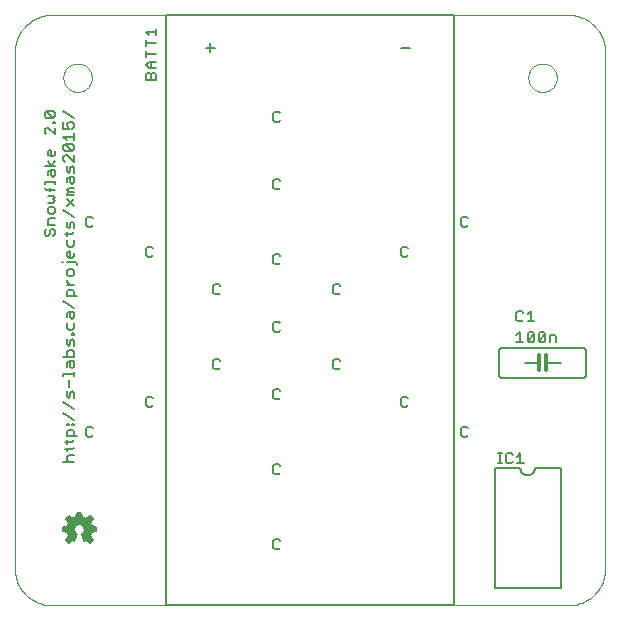
<source format=gto>
G75*
G70*
%OFA0B0*%
%FSLAX24Y24*%
%IPPOS*%
%LPD*%
%AMOC8*
5,1,8,0,0,1.08239X$1,22.5*
%
%ADD10C,0.0000*%
%ADD11C,0.0060*%
%ADD12C,0.0120*%
%ADD13C,0.0050*%
%ADD14C,0.0080*%
D10*
X000559Y001809D02*
X000559Y018994D01*
X000561Y019062D01*
X000566Y019129D01*
X000575Y019196D01*
X000588Y019263D01*
X000605Y019328D01*
X000624Y019393D01*
X000648Y019457D01*
X000675Y019519D01*
X000705Y019580D01*
X000738Y019638D01*
X000774Y019695D01*
X000814Y019750D01*
X000856Y019803D01*
X000902Y019854D01*
X000949Y019901D01*
X001000Y019947D01*
X001053Y019989D01*
X001108Y020029D01*
X001165Y020065D01*
X001223Y020098D01*
X001284Y020128D01*
X001346Y020155D01*
X001410Y020179D01*
X001475Y020198D01*
X001540Y020215D01*
X001607Y020228D01*
X001674Y020237D01*
X001741Y020242D01*
X001809Y020244D01*
X018994Y020244D01*
X019062Y020242D01*
X019129Y020237D01*
X019196Y020228D01*
X019263Y020215D01*
X019328Y020198D01*
X019393Y020179D01*
X019457Y020155D01*
X019519Y020128D01*
X019580Y020098D01*
X019638Y020065D01*
X019695Y020029D01*
X019750Y019989D01*
X019803Y019947D01*
X019854Y019901D01*
X019901Y019854D01*
X019947Y019803D01*
X019989Y019750D01*
X020029Y019695D01*
X020065Y019638D01*
X020098Y019580D01*
X020128Y019519D01*
X020155Y019457D01*
X020179Y019393D01*
X020198Y019328D01*
X020215Y019263D01*
X020228Y019196D01*
X020237Y019129D01*
X020242Y019062D01*
X020244Y018994D01*
X020244Y001809D01*
X020242Y001741D01*
X020237Y001674D01*
X020228Y001607D01*
X020215Y001540D01*
X020198Y001475D01*
X020179Y001410D01*
X020155Y001346D01*
X020128Y001284D01*
X020098Y001223D01*
X020065Y001165D01*
X020029Y001108D01*
X019989Y001053D01*
X019947Y001000D01*
X019901Y000949D01*
X019854Y000902D01*
X019803Y000856D01*
X019750Y000814D01*
X019695Y000774D01*
X019638Y000738D01*
X019580Y000705D01*
X019519Y000675D01*
X019457Y000648D01*
X019393Y000624D01*
X019328Y000605D01*
X019263Y000588D01*
X019196Y000575D01*
X019129Y000566D01*
X019062Y000561D01*
X018994Y000559D01*
X001809Y000559D01*
X001741Y000561D01*
X001674Y000566D01*
X001607Y000575D01*
X001540Y000588D01*
X001475Y000605D01*
X001410Y000624D01*
X001346Y000648D01*
X001284Y000675D01*
X001223Y000705D01*
X001165Y000738D01*
X001108Y000774D01*
X001053Y000814D01*
X001000Y000856D01*
X000949Y000902D01*
X000902Y000949D01*
X000856Y001000D01*
X000814Y001053D01*
X000774Y001108D01*
X000738Y001165D01*
X000705Y001223D01*
X000675Y001284D01*
X000648Y001346D01*
X000624Y001410D01*
X000605Y001475D01*
X000588Y001540D01*
X000575Y001607D01*
X000566Y001674D01*
X000561Y001741D01*
X000559Y001809D01*
X002179Y018151D02*
X002181Y018194D01*
X002187Y018236D01*
X002197Y018278D01*
X002210Y018319D01*
X002227Y018359D01*
X002248Y018396D01*
X002272Y018432D01*
X002299Y018465D01*
X002329Y018496D01*
X002362Y018524D01*
X002397Y018549D01*
X002434Y018570D01*
X002473Y018588D01*
X002513Y018602D01*
X002555Y018613D01*
X002597Y018620D01*
X002640Y018623D01*
X002683Y018622D01*
X002726Y018617D01*
X002768Y018608D01*
X002809Y018596D01*
X002849Y018580D01*
X002887Y018560D01*
X002923Y018537D01*
X002957Y018510D01*
X002989Y018481D01*
X003017Y018449D01*
X003043Y018414D01*
X003065Y018378D01*
X003084Y018339D01*
X003099Y018299D01*
X003111Y018258D01*
X003119Y018215D01*
X003123Y018172D01*
X003123Y018130D01*
X003119Y018087D01*
X003111Y018044D01*
X003099Y018003D01*
X003084Y017963D01*
X003065Y017924D01*
X003043Y017888D01*
X003017Y017853D01*
X002989Y017821D01*
X002957Y017792D01*
X002923Y017765D01*
X002887Y017742D01*
X002849Y017722D01*
X002809Y017706D01*
X002768Y017694D01*
X002726Y017685D01*
X002683Y017680D01*
X002640Y017679D01*
X002597Y017682D01*
X002555Y017689D01*
X002513Y017700D01*
X002473Y017714D01*
X002434Y017732D01*
X002397Y017753D01*
X002362Y017778D01*
X002329Y017806D01*
X002299Y017837D01*
X002272Y017870D01*
X002248Y017906D01*
X002227Y017943D01*
X002210Y017983D01*
X002197Y018024D01*
X002187Y018066D01*
X002181Y018108D01*
X002179Y018151D01*
X017679Y018151D02*
X017681Y018194D01*
X017687Y018236D01*
X017697Y018278D01*
X017710Y018319D01*
X017727Y018359D01*
X017748Y018396D01*
X017772Y018432D01*
X017799Y018465D01*
X017829Y018496D01*
X017862Y018524D01*
X017897Y018549D01*
X017934Y018570D01*
X017973Y018588D01*
X018013Y018602D01*
X018055Y018613D01*
X018097Y018620D01*
X018140Y018623D01*
X018183Y018622D01*
X018226Y018617D01*
X018268Y018608D01*
X018309Y018596D01*
X018349Y018580D01*
X018387Y018560D01*
X018423Y018537D01*
X018457Y018510D01*
X018489Y018481D01*
X018517Y018449D01*
X018543Y018414D01*
X018565Y018378D01*
X018584Y018339D01*
X018599Y018299D01*
X018611Y018258D01*
X018619Y018215D01*
X018623Y018172D01*
X018623Y018130D01*
X018619Y018087D01*
X018611Y018044D01*
X018599Y018003D01*
X018584Y017963D01*
X018565Y017924D01*
X018543Y017888D01*
X018517Y017853D01*
X018489Y017821D01*
X018457Y017792D01*
X018423Y017765D01*
X018387Y017742D01*
X018349Y017722D01*
X018309Y017706D01*
X018268Y017694D01*
X018226Y017685D01*
X018183Y017680D01*
X018140Y017679D01*
X018097Y017682D01*
X018055Y017689D01*
X018013Y017700D01*
X017973Y017714D01*
X017934Y017732D01*
X017897Y017753D01*
X017862Y017778D01*
X017829Y017806D01*
X017799Y017837D01*
X017772Y017870D01*
X017748Y017906D01*
X017727Y017943D01*
X017710Y017983D01*
X017697Y018024D01*
X017687Y018066D01*
X017681Y018108D01*
X017679Y018151D01*
D11*
X015601Y013522D02*
X015488Y013522D01*
X015431Y013465D01*
X015431Y013238D01*
X015488Y013181D01*
X015601Y013181D01*
X015658Y013238D01*
X015658Y013465D02*
X015601Y013522D01*
X013658Y012465D02*
X013601Y012522D01*
X013488Y012522D01*
X013431Y012465D01*
X013431Y012238D01*
X013488Y012181D01*
X013601Y012181D01*
X013658Y012238D01*
X011408Y011215D02*
X011351Y011272D01*
X011238Y011272D01*
X011181Y011215D01*
X011181Y010988D01*
X011238Y010931D01*
X011351Y010931D01*
X011408Y010988D01*
X009408Y011988D02*
X009351Y011931D01*
X009238Y011931D01*
X009181Y011988D01*
X009181Y012215D01*
X009238Y012272D01*
X009351Y012272D01*
X009408Y012215D01*
X009351Y010022D02*
X009238Y010022D01*
X009181Y009965D01*
X009181Y009738D01*
X009238Y009681D01*
X009351Y009681D01*
X009408Y009738D01*
X009408Y009965D02*
X009351Y010022D01*
X007408Y010988D02*
X007351Y010931D01*
X007238Y010931D01*
X007181Y010988D01*
X007181Y011215D01*
X007238Y011272D01*
X007351Y011272D01*
X007408Y011215D01*
X007351Y008772D02*
X007238Y008772D01*
X007181Y008715D01*
X007181Y008488D01*
X007238Y008431D01*
X007351Y008431D01*
X007408Y008488D01*
X007408Y008715D02*
X007351Y008772D01*
X009181Y007715D02*
X009181Y007488D01*
X009238Y007431D01*
X009351Y007431D01*
X009408Y007488D01*
X009408Y007715D02*
X009351Y007772D01*
X009238Y007772D01*
X009181Y007715D01*
X011181Y008488D02*
X011238Y008431D01*
X011351Y008431D01*
X011408Y008488D01*
X011181Y008488D02*
X011181Y008715D01*
X011238Y008772D01*
X011351Y008772D01*
X011408Y008715D01*
X013431Y007465D02*
X013431Y007238D01*
X013488Y007181D01*
X013601Y007181D01*
X013658Y007238D01*
X013658Y007465D02*
X013601Y007522D01*
X013488Y007522D01*
X013431Y007465D01*
X015431Y006465D02*
X015431Y006238D01*
X015488Y006181D01*
X015601Y006181D01*
X015658Y006238D01*
X015658Y006465D02*
X015601Y006522D01*
X015488Y006522D01*
X015431Y006465D01*
X016681Y005632D02*
X016795Y005632D01*
X016738Y005632D02*
X016738Y005291D01*
X016681Y005291D02*
X016795Y005291D01*
X016927Y005348D02*
X016927Y005575D01*
X016983Y005632D01*
X017097Y005632D01*
X017154Y005575D01*
X017295Y005518D02*
X017409Y005632D01*
X017409Y005291D01*
X017522Y005291D02*
X017295Y005291D01*
X017154Y005348D02*
X017097Y005291D01*
X016983Y005291D01*
X016927Y005348D01*
X016551Y005151D02*
X016551Y001151D01*
X018751Y001151D01*
X018751Y005151D01*
X017901Y005151D01*
X017899Y005121D01*
X017894Y005091D01*
X017885Y005062D01*
X017872Y005035D01*
X017857Y005009D01*
X017838Y004985D01*
X017817Y004964D01*
X017793Y004945D01*
X017767Y004930D01*
X017740Y004917D01*
X017711Y004908D01*
X017681Y004903D01*
X017651Y004901D01*
X017621Y004903D01*
X017591Y004908D01*
X017562Y004917D01*
X017535Y004930D01*
X017509Y004945D01*
X017485Y004964D01*
X017464Y004985D01*
X017445Y005009D01*
X017430Y005035D01*
X017417Y005062D01*
X017408Y005091D01*
X017403Y005121D01*
X017401Y005151D01*
X016551Y005151D01*
X016801Y008151D02*
X019501Y008151D01*
X019518Y008153D01*
X019535Y008157D01*
X019551Y008164D01*
X019565Y008174D01*
X019578Y008187D01*
X019588Y008201D01*
X019595Y008217D01*
X019599Y008234D01*
X019601Y008251D01*
X019601Y009051D01*
X019599Y009068D01*
X019595Y009085D01*
X019588Y009101D01*
X019578Y009115D01*
X019565Y009128D01*
X019551Y009138D01*
X019535Y009145D01*
X019518Y009149D01*
X019501Y009151D01*
X016801Y009151D01*
X016784Y009149D01*
X016767Y009145D01*
X016751Y009138D01*
X016737Y009128D01*
X016724Y009115D01*
X016714Y009101D01*
X016707Y009085D01*
X016703Y009068D01*
X016701Y009051D01*
X016701Y008251D01*
X016703Y008234D01*
X016707Y008217D01*
X016714Y008201D01*
X016724Y008187D01*
X016737Y008174D01*
X016751Y008164D01*
X016767Y008157D01*
X016784Y008153D01*
X016801Y008151D01*
X017551Y008651D02*
X018021Y008651D01*
X018271Y008651D02*
X018751Y008651D01*
X018613Y009331D02*
X018613Y009501D01*
X018556Y009558D01*
X018386Y009558D01*
X018386Y009331D01*
X018245Y009388D02*
X018188Y009331D01*
X018075Y009331D01*
X018018Y009388D01*
X018245Y009615D01*
X018245Y009388D01*
X018245Y009615D02*
X018188Y009672D01*
X018075Y009672D01*
X018018Y009615D01*
X018018Y009388D01*
X017876Y009388D02*
X017820Y009331D01*
X017706Y009331D01*
X017650Y009388D01*
X017876Y009615D01*
X017876Y009388D01*
X017650Y009388D02*
X017650Y009615D01*
X017706Y009672D01*
X017820Y009672D01*
X017876Y009615D01*
X017876Y010031D02*
X017650Y010031D01*
X017763Y010031D02*
X017763Y010372D01*
X017650Y010258D01*
X017508Y010315D02*
X017451Y010372D01*
X017338Y010372D01*
X017281Y010315D01*
X017281Y010088D01*
X017338Y010031D01*
X017451Y010031D01*
X017508Y010088D01*
X017395Y009672D02*
X017395Y009331D01*
X017508Y009331D02*
X017281Y009331D01*
X017281Y009558D02*
X017395Y009672D01*
X009408Y005215D02*
X009351Y005272D01*
X009238Y005272D01*
X009181Y005215D01*
X009181Y004988D01*
X009238Y004931D01*
X009351Y004931D01*
X009408Y004988D01*
X009351Y002772D02*
X009238Y002772D01*
X009181Y002715D01*
X009181Y002488D01*
X009238Y002431D01*
X009351Y002431D01*
X009408Y002488D01*
X009408Y002715D02*
X009351Y002772D01*
X005101Y007181D02*
X004988Y007181D01*
X004931Y007238D01*
X004931Y007465D01*
X004988Y007522D01*
X005101Y007522D01*
X005158Y007465D01*
X005158Y007238D02*
X005101Y007181D01*
X003158Y006465D02*
X003101Y006522D01*
X002988Y006522D01*
X002931Y006465D01*
X002931Y006238D01*
X002988Y006181D01*
X003101Y006181D01*
X003158Y006238D01*
X002635Y006193D02*
X002294Y006193D01*
X002294Y006363D01*
X002351Y006420D01*
X002465Y006420D01*
X002521Y006363D01*
X002521Y006193D01*
X002521Y006061D02*
X002465Y006004D01*
X002238Y006004D01*
X002294Y005948D02*
X002294Y006061D01*
X002294Y005816D02*
X002294Y005702D01*
X002238Y005759D02*
X002465Y005759D01*
X002521Y005816D01*
X002521Y005561D02*
X002351Y005561D01*
X002294Y005504D01*
X002294Y005391D01*
X002351Y005334D01*
X002181Y005334D02*
X002521Y005334D01*
X002521Y006561D02*
X002465Y006561D01*
X002465Y006618D01*
X002521Y006618D01*
X002521Y006561D01*
X002351Y006561D02*
X002294Y006561D01*
X002294Y006618D01*
X002351Y006618D01*
X002351Y006561D01*
X002521Y006746D02*
X002181Y006972D01*
X002521Y007114D02*
X002181Y007341D01*
X002351Y007482D02*
X002294Y007539D01*
X002294Y007709D01*
X002408Y007652D02*
X002465Y007709D01*
X002521Y007652D01*
X002521Y007482D01*
X002408Y007539D02*
X002351Y007482D01*
X002408Y007539D02*
X002408Y007652D01*
X002351Y007851D02*
X002351Y008077D01*
X002181Y008219D02*
X002181Y008276D01*
X002521Y008276D01*
X002521Y008332D02*
X002521Y008219D01*
X002465Y008464D02*
X002408Y008521D01*
X002408Y008691D01*
X002351Y008691D02*
X002521Y008691D01*
X002521Y008521D01*
X002465Y008464D01*
X002294Y008521D02*
X002294Y008634D01*
X002351Y008691D01*
X002294Y008833D02*
X002294Y009003D01*
X002351Y009059D01*
X002465Y009059D01*
X002521Y009003D01*
X002521Y008833D01*
X002181Y008833D01*
X002351Y009201D02*
X002294Y009258D01*
X002294Y009428D01*
X002408Y009371D02*
X002408Y009258D01*
X002351Y009201D01*
X002521Y009201D02*
X002521Y009371D01*
X002465Y009428D01*
X002408Y009371D01*
X002465Y009569D02*
X002465Y009626D01*
X002521Y009626D01*
X002521Y009569D01*
X002465Y009569D01*
X002465Y009753D02*
X002521Y009810D01*
X002521Y009980D01*
X002465Y010122D02*
X002408Y010178D01*
X002408Y010349D01*
X002351Y010349D02*
X002521Y010349D01*
X002521Y010178D01*
X002465Y010122D01*
X002294Y010178D02*
X002294Y010292D01*
X002351Y010349D01*
X002521Y010490D02*
X002181Y010717D01*
X002294Y010858D02*
X002294Y011028D01*
X002351Y011085D01*
X002465Y011085D01*
X002521Y011028D01*
X002521Y010858D01*
X002635Y010858D02*
X002294Y010858D01*
X002294Y011227D02*
X002521Y011227D01*
X002408Y011227D02*
X002294Y011340D01*
X002294Y011397D01*
X002351Y011534D02*
X002465Y011534D01*
X002521Y011590D01*
X002521Y011704D01*
X002465Y011760D01*
X002351Y011760D01*
X002294Y011704D01*
X002294Y011590D01*
X002351Y011534D01*
X002635Y011902D02*
X002635Y011959D01*
X002578Y012015D01*
X002294Y012015D01*
X002181Y012015D02*
X002124Y012015D01*
X002294Y012204D02*
X002294Y012317D01*
X002351Y012374D01*
X002408Y012374D01*
X002408Y012147D01*
X002465Y012147D02*
X002351Y012147D01*
X002294Y012204D01*
X002465Y012147D02*
X002521Y012204D01*
X002521Y012317D01*
X002465Y012516D02*
X002521Y012572D01*
X002521Y012742D01*
X002465Y012941D02*
X002521Y012997D01*
X002465Y012941D02*
X002238Y012941D01*
X002294Y012884D02*
X002294Y012997D01*
X002351Y013129D02*
X002294Y013186D01*
X002294Y013356D01*
X002408Y013300D02*
X002465Y013356D01*
X002521Y013300D01*
X002521Y013129D01*
X002408Y013186D02*
X002351Y013129D01*
X002408Y013186D02*
X002408Y013300D01*
X002521Y013498D02*
X002181Y013725D01*
X002294Y013866D02*
X002521Y014093D01*
X002521Y014234D02*
X002294Y014234D01*
X002294Y014291D01*
X002351Y014348D01*
X002294Y014404D01*
X002351Y014461D01*
X002521Y014461D01*
X002521Y014348D02*
X002351Y014348D01*
X002294Y014093D02*
X002521Y013866D01*
X002931Y013465D02*
X002931Y013238D01*
X002988Y013181D01*
X003101Y013181D01*
X003158Y013238D01*
X003158Y013465D02*
X003101Y013522D01*
X002988Y013522D01*
X002931Y013465D01*
X002294Y012742D02*
X002294Y012572D01*
X002351Y012516D01*
X002465Y012516D01*
X001896Y012941D02*
X001840Y012884D01*
X001896Y012941D02*
X001896Y013054D01*
X001840Y013111D01*
X001783Y013111D01*
X001726Y013054D01*
X001726Y012941D01*
X001669Y012884D01*
X001613Y012884D01*
X001556Y012941D01*
X001556Y013054D01*
X001613Y013111D01*
X001669Y013253D02*
X001669Y013423D01*
X001726Y013479D01*
X001896Y013479D01*
X001840Y013621D02*
X001896Y013678D01*
X001896Y013791D01*
X001840Y013848D01*
X001726Y013848D01*
X001669Y013791D01*
X001669Y013678D01*
X001726Y013621D01*
X001840Y013621D01*
X001840Y013989D02*
X001896Y014046D01*
X001840Y014103D01*
X001896Y014159D01*
X001840Y014216D01*
X001669Y014216D01*
X001726Y014358D02*
X001726Y014471D01*
X001613Y014414D02*
X001556Y014471D01*
X001613Y014414D02*
X001896Y014414D01*
X001896Y014603D02*
X001896Y014716D01*
X001896Y014660D02*
X001556Y014660D01*
X001556Y014603D01*
X001669Y014905D02*
X001669Y015019D01*
X001726Y015075D01*
X001896Y015075D01*
X001896Y014905D01*
X001840Y014849D01*
X001783Y014905D01*
X001783Y015075D01*
X001783Y015217D02*
X001669Y015387D01*
X001726Y015524D02*
X001669Y015580D01*
X001669Y015694D01*
X001726Y015751D01*
X001783Y015751D01*
X001783Y015524D01*
X001840Y015524D02*
X001726Y015524D01*
X001840Y015524D02*
X001896Y015580D01*
X001896Y015694D01*
X002181Y015764D02*
X002181Y015878D01*
X002238Y015934D01*
X002465Y015708D01*
X002521Y015764D01*
X002521Y015878D01*
X002465Y015934D01*
X002238Y015934D01*
X002294Y016076D02*
X002181Y016189D01*
X002521Y016189D01*
X002521Y016076D02*
X002521Y016303D01*
X002465Y016444D02*
X002521Y016501D01*
X002521Y016614D01*
X002465Y016671D01*
X002351Y016671D01*
X002294Y016614D01*
X002294Y016558D01*
X002351Y016444D01*
X002181Y016444D01*
X002181Y016671D01*
X001896Y016685D02*
X001896Y016629D01*
X001840Y016629D01*
X001840Y016685D01*
X001896Y016685D01*
X001840Y016813D02*
X001896Y016869D01*
X001896Y016983D01*
X001840Y017040D01*
X001613Y017040D01*
X001840Y016813D01*
X001613Y016813D01*
X001556Y016869D01*
X001556Y016983D01*
X001613Y017040D01*
X001613Y016487D02*
X001556Y016430D01*
X001556Y016317D01*
X001613Y016260D01*
X001613Y016487D02*
X001669Y016487D01*
X001896Y016260D01*
X001896Y016487D01*
X002181Y017039D02*
X002521Y016813D01*
X002181Y015764D02*
X002238Y015708D01*
X002465Y015708D01*
X002521Y015566D02*
X002521Y015339D01*
X002294Y015566D01*
X002238Y015566D01*
X002181Y015509D01*
X002181Y015396D01*
X002238Y015339D01*
X002294Y015198D02*
X002294Y015028D01*
X002351Y014971D01*
X002408Y015028D01*
X002408Y015141D01*
X002465Y015198D01*
X002521Y015141D01*
X002521Y014971D01*
X002521Y014830D02*
X002521Y014659D01*
X002465Y014603D01*
X002408Y014659D01*
X002408Y014830D01*
X002351Y014830D02*
X002521Y014830D01*
X002351Y014830D02*
X002294Y014773D01*
X002294Y014659D01*
X001896Y015217D02*
X001556Y015217D01*
X001783Y015217D02*
X001896Y015387D01*
X001840Y013989D02*
X001669Y013989D01*
X001669Y013253D02*
X001896Y013253D01*
X004931Y012465D02*
X004931Y012238D01*
X004988Y012181D01*
X005101Y012181D01*
X005158Y012238D01*
X005158Y012465D02*
X005101Y012522D01*
X004988Y012522D01*
X004931Y012465D01*
X002294Y009980D02*
X002294Y009810D01*
X002351Y009753D01*
X002465Y009753D01*
X002641Y003651D02*
X002771Y003651D01*
X002801Y003491D01*
X002921Y003441D01*
X003061Y003531D01*
X003151Y003441D01*
X003061Y003311D01*
X003111Y003191D01*
X003261Y003161D01*
X003261Y003031D01*
X003121Y003001D01*
X003061Y002871D01*
X003151Y002741D01*
X003061Y002651D01*
X002941Y002731D01*
X002881Y002701D01*
X002791Y002931D01*
X002851Y002901D02*
X002951Y003101D01*
X002851Y003251D01*
X002701Y003301D01*
X002551Y003251D01*
X002501Y003101D01*
X002551Y002951D01*
X002601Y002901D01*
X002501Y002751D01*
X002351Y002701D01*
X002301Y002751D01*
X002401Y002901D01*
X002301Y003051D01*
X002201Y003051D01*
X002201Y003151D01*
X002351Y003151D01*
X002401Y003301D01*
X002301Y003451D01*
X002351Y003501D01*
X002501Y003401D01*
X002651Y003501D01*
X002651Y003601D01*
X002751Y003601D01*
X002801Y003451D01*
X002951Y003401D01*
X003051Y003501D01*
X003101Y003451D01*
X003051Y003301D01*
X003101Y003151D01*
X003251Y003151D01*
X003201Y003051D01*
X003051Y003001D01*
X003051Y002851D01*
X003101Y002751D01*
X003051Y002701D01*
X002951Y002751D01*
X002901Y002751D01*
X002851Y002901D01*
X002854Y002908D02*
X003051Y002908D01*
X003051Y002966D02*
X002884Y002966D01*
X002913Y003025D02*
X003122Y003025D01*
X003217Y003083D02*
X002942Y003083D01*
X002924Y003142D02*
X003247Y003142D01*
X003085Y003200D02*
X002885Y003200D01*
X002828Y003259D02*
X003065Y003259D01*
X003057Y003318D02*
X002390Y003318D01*
X002361Y003311D02*
X002271Y003441D01*
X002361Y003531D01*
X002491Y003441D01*
X002611Y003491D01*
X002641Y003651D01*
X002651Y003552D02*
X002768Y003552D01*
X002787Y003493D02*
X002639Y003493D01*
X002551Y003435D02*
X002851Y003435D01*
X002985Y003435D02*
X003096Y003435D01*
X003076Y003376D02*
X002351Y003376D01*
X002361Y003311D02*
X002301Y003181D01*
X002151Y003161D01*
X002151Y003031D01*
X002301Y003001D01*
X002351Y002871D01*
X002271Y002741D01*
X002361Y002651D01*
X002481Y002731D01*
X002531Y002701D01*
X002631Y002931D01*
X002595Y002908D02*
X002397Y002908D01*
X002367Y002849D02*
X002567Y002849D01*
X002528Y002791D02*
X002327Y002791D01*
X002320Y002732D02*
X002444Y002732D01*
X002358Y002966D02*
X002546Y002966D01*
X002527Y003025D02*
X002319Y003025D01*
X002201Y003083D02*
X002507Y003083D01*
X002515Y003142D02*
X002201Y003142D01*
X002368Y003200D02*
X002534Y003200D01*
X002574Y003259D02*
X002387Y003259D01*
X002451Y003435D02*
X002312Y003435D01*
X002343Y003493D02*
X002363Y003493D01*
X002631Y002931D02*
X002609Y002944D01*
X002589Y002960D01*
X002571Y002979D01*
X002556Y003001D01*
X002545Y003024D01*
X002537Y003049D01*
X002533Y003074D01*
X002532Y003100D01*
X002535Y003126D01*
X002542Y003151D01*
X002553Y003174D01*
X002566Y003196D01*
X002583Y003216D01*
X002602Y003233D01*
X002624Y003248D01*
X002648Y003258D01*
X002672Y003266D01*
X002698Y003270D01*
X002724Y003270D01*
X002750Y003266D01*
X002774Y003258D01*
X002798Y003248D01*
X002820Y003233D01*
X002839Y003216D01*
X002856Y003196D01*
X002869Y003174D01*
X002880Y003151D01*
X002887Y003126D01*
X002890Y003100D01*
X002889Y003074D01*
X002885Y003049D01*
X002877Y003024D01*
X002866Y003001D01*
X002851Y002979D01*
X002833Y002960D01*
X002813Y002944D01*
X002791Y002931D01*
X002869Y002849D02*
X003052Y002849D01*
X003082Y002791D02*
X002888Y002791D01*
X002990Y002732D02*
X003082Y002732D01*
X003043Y003493D02*
X003059Y003493D01*
X009238Y014431D02*
X009351Y014431D01*
X009408Y014488D01*
X009238Y014431D02*
X009181Y014488D01*
X009181Y014715D01*
X009238Y014772D01*
X009351Y014772D01*
X009408Y014715D01*
X009351Y016681D02*
X009408Y016738D01*
X009351Y016681D02*
X009238Y016681D01*
X009181Y016738D01*
X009181Y016965D01*
X009238Y017022D01*
X009351Y017022D01*
X009408Y016965D01*
X005271Y018090D02*
X005271Y018260D01*
X005215Y018317D01*
X005158Y018317D01*
X005101Y018260D01*
X005101Y018090D01*
X005101Y018260D02*
X005044Y018317D01*
X004988Y018317D01*
X004931Y018260D01*
X004931Y018090D01*
X005271Y018090D01*
X005271Y018458D02*
X005044Y018458D01*
X004931Y018571D01*
X005044Y018685D01*
X005271Y018685D01*
X005101Y018685D02*
X005101Y018458D01*
X004931Y018826D02*
X004931Y019053D01*
X004931Y018940D02*
X005271Y018940D01*
X005271Y019308D02*
X004931Y019308D01*
X004931Y019195D02*
X004931Y019421D01*
X005044Y019563D02*
X004931Y019676D01*
X005271Y019676D01*
X005271Y019563D02*
X005271Y019790D01*
D12*
X018021Y008901D02*
X018021Y008651D01*
X018021Y008401D01*
X018271Y008401D02*
X018271Y008651D01*
X018271Y008901D01*
D13*
X015204Y000559D02*
X015204Y020244D01*
X005598Y020244D01*
X005598Y000559D01*
X015204Y000559D01*
D14*
X007081Y019011D02*
X007081Y019292D01*
X006941Y019151D02*
X007221Y019151D01*
X013441Y019151D02*
X013721Y019151D01*
M02*

</source>
